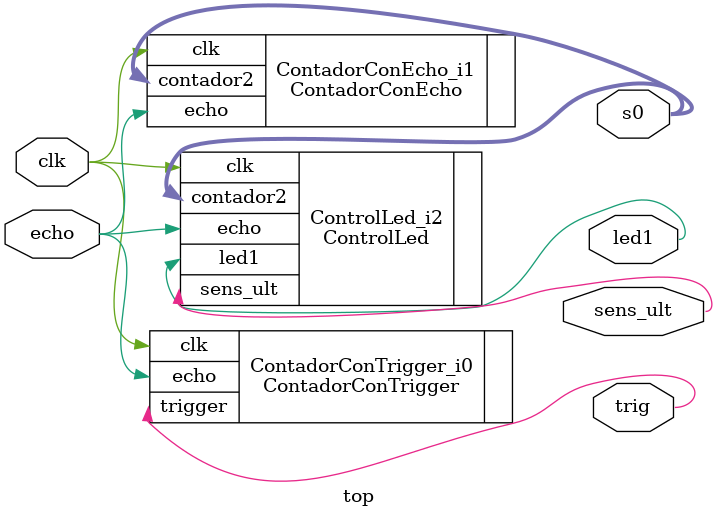
<source format=v>
module top (
  input clk,
  input echo,
  output trig,
  output sens_ult,
  output led1,
  output wire [19:0] s0
);

  


  
  // ContadorConTrigger
  ContadorConTrigger ContadorConTrigger_i0 (
    .clk( clk ), //in
    .echo( echo ), //in
    .trigger( trig ) //out
  );
  // ContadorConEcho
  ContadorConEcho ContadorConEcho_i1 (
    .clk( clk ),       //in
    .echo( echo ),     //in
    .contador2( s0 )   //out
  );
  // ControlLed
  ControlLed ControlLed_i2 (
    .clk( clk ),             //in
    .contador2( s0 ),        //in
    .echo( echo ),           //in
    .led1(led1),             //out
    .sens_ult( sens_ult )    //out
  );

  
endmodule
</source>
